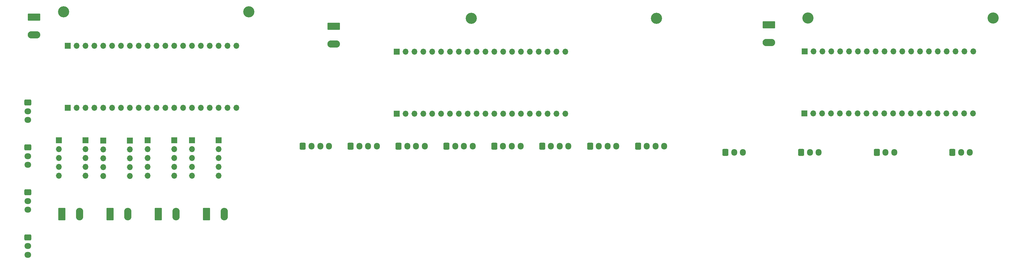
<source format=gbs>
G04 #@! TF.GenerationSoftware,KiCad,Pcbnew,7.0.2*
G04 #@! TF.CreationDate,2023-11-30T17:18:32+01:00*
G04 #@! TF.ProjectId,mhk,6d686b2e-6b69-4636-9164-5f7063625858,rev?*
G04 #@! TF.SameCoordinates,Original*
G04 #@! TF.FileFunction,Soldermask,Bot*
G04 #@! TF.FilePolarity,Negative*
%FSLAX46Y46*%
G04 Gerber Fmt 4.6, Leading zero omitted, Abs format (unit mm)*
G04 Created by KiCad (PCBNEW 7.0.2) date 2023-11-30 17:18:32*
%MOMM*%
%LPD*%
G01*
G04 APERTURE LIST*
G04 Aperture macros list*
%AMRoundRect*
0 Rectangle with rounded corners*
0 $1 Rounding radius*
0 $2 $3 $4 $5 $6 $7 $8 $9 X,Y pos of 4 corners*
0 Add a 4 corners polygon primitive as box body*
4,1,4,$2,$3,$4,$5,$6,$7,$8,$9,$2,$3,0*
0 Add four circle primitives for the rounded corners*
1,1,$1+$1,$2,$3*
1,1,$1+$1,$4,$5*
1,1,$1+$1,$6,$7*
1,1,$1+$1,$8,$9*
0 Add four rect primitives between the rounded corners*
20,1,$1+$1,$2,$3,$4,$5,0*
20,1,$1+$1,$4,$5,$6,$7,0*
20,1,$1+$1,$6,$7,$8,$9,0*
20,1,$1+$1,$8,$9,$2,$3,0*%
G04 Aperture macros list end*
%ADD10RoundRect,0.250000X-0.600000X-0.725000X0.600000X-0.725000X0.600000X0.725000X-0.600000X0.725000X0*%
%ADD11O,1.700000X1.950000*%
%ADD12C,3.200000*%
%ADD13RoundRect,0.249999X-1.550001X0.790001X-1.550001X-0.790001X1.550001X-0.790001X1.550001X0.790001X0*%
%ADD14O,3.600000X2.080000*%
%ADD15RoundRect,0.250000X-0.725000X0.600000X-0.725000X-0.600000X0.725000X-0.600000X0.725000X0.600000X0*%
%ADD16O,1.950000X1.700000*%
%ADD17R,1.700000X1.700000*%
%ADD18O,1.700000X1.700000*%
%ADD19RoundRect,0.249999X-0.790001X-1.550001X0.790001X-1.550001X0.790001X1.550001X-0.790001X1.550001X0*%
%ADD20O,2.080000X3.600000*%
G04 APERTURE END LIST*
D10*
X157294285Y-109220000D03*
D11*
X159794285Y-109220000D03*
X162294285Y-109220000D03*
X164794285Y-109220000D03*
D10*
X184702855Y-109220000D03*
D11*
X187202855Y-109220000D03*
X189702855Y-109220000D03*
X192202855Y-109220000D03*
D10*
X170998570Y-109220000D03*
D11*
X173498570Y-109220000D03*
X175998570Y-109220000D03*
X178498570Y-109220000D03*
D10*
X264570000Y-111000000D03*
D11*
X267070000Y-111000000D03*
X269570000Y-111000000D03*
D12*
X244789232Y-72510000D03*
D13*
X152410000Y-74850000D03*
D14*
X152410000Y-79930000D03*
D12*
X191789232Y-72510000D03*
D15*
X64882000Y-135320000D03*
D16*
X64882000Y-137820000D03*
X64882000Y-140320000D03*
D17*
X81442000Y-107486000D03*
D18*
X81442000Y-110026000D03*
X81442000Y-112566000D03*
X81442000Y-115106000D03*
X81442000Y-117646000D03*
D10*
X329500000Y-111000000D03*
D11*
X332000000Y-111000000D03*
X334500000Y-111000000D03*
D12*
X75172000Y-70660000D03*
D19*
X74632000Y-128660000D03*
D20*
X79712000Y-128660000D03*
D10*
X143590000Y-109220000D03*
D11*
X146090000Y-109220000D03*
X148590000Y-109220000D03*
X151090000Y-109220000D03*
D17*
X99222000Y-107486000D03*
D18*
X99222000Y-110026000D03*
X99222000Y-112566000D03*
X99222000Y-115106000D03*
X99222000Y-117646000D03*
D17*
X119542000Y-107486000D03*
D18*
X119542000Y-110026000D03*
X119542000Y-112566000D03*
X119542000Y-115106000D03*
X119542000Y-117646000D03*
D17*
X76362000Y-98210000D03*
D18*
X78902000Y-98210000D03*
X81442000Y-98210000D03*
X83982000Y-98210000D03*
X86522000Y-98210000D03*
X89062000Y-98210000D03*
X91602000Y-98210000D03*
X94142000Y-98210000D03*
X96682000Y-98210000D03*
X99222000Y-98210000D03*
X101762000Y-98210000D03*
X104302000Y-98210000D03*
X106842000Y-98210000D03*
X109382000Y-98210000D03*
X111922000Y-98210000D03*
X114462000Y-98210000D03*
X117002000Y-98210000D03*
X119542000Y-98210000D03*
X122082000Y-98210000D03*
X124622000Y-98210000D03*
D13*
X66642000Y-72150000D03*
D14*
X66642000Y-77230000D03*
D19*
X116042000Y-128660000D03*
D20*
X121122000Y-128660000D03*
D17*
X287190250Y-82032000D03*
D18*
X289730250Y-82032000D03*
X292270250Y-82032000D03*
X294810250Y-82032000D03*
X297350250Y-82032000D03*
X299890250Y-82032000D03*
X302430250Y-82032000D03*
X304970250Y-82032000D03*
X307510250Y-82032000D03*
X310050250Y-82032000D03*
X312590250Y-82032000D03*
X315130250Y-82032000D03*
X317670250Y-82032000D03*
X320210250Y-82032000D03*
X322750250Y-82032000D03*
X325290250Y-82032000D03*
X327830250Y-82032000D03*
X330370250Y-82032000D03*
X332910250Y-82032000D03*
X335450250Y-82032000D03*
D17*
X86522000Y-107541000D03*
D18*
X86522000Y-110081000D03*
X86522000Y-112621000D03*
X86522000Y-115161000D03*
X86522000Y-117701000D03*
D17*
X170480000Y-99880000D03*
D18*
X173020000Y-99880000D03*
X175560000Y-99880000D03*
X178100000Y-99880000D03*
X180640000Y-99880000D03*
X183180000Y-99880000D03*
X185720000Y-99880000D03*
X188260000Y-99880000D03*
X190800000Y-99880000D03*
X193340000Y-99880000D03*
X195880000Y-99880000D03*
X198420000Y-99880000D03*
X200960000Y-99880000D03*
X203500000Y-99880000D03*
X206040000Y-99880000D03*
X208580000Y-99880000D03*
X211120000Y-99880000D03*
X213660000Y-99880000D03*
X216200000Y-99880000D03*
X218740000Y-99880000D03*
D13*
X276957750Y-74422000D03*
D14*
X276957750Y-79502000D03*
D10*
X286213334Y-111000000D03*
D11*
X288713334Y-111000000D03*
X291213334Y-111000000D03*
D10*
X225815710Y-109220000D03*
D11*
X228315710Y-109220000D03*
X230815710Y-109220000D03*
X233315710Y-109220000D03*
D12*
X341150250Y-72482000D03*
D10*
X198407140Y-109220000D03*
D11*
X200907140Y-109220000D03*
X203407140Y-109220000D03*
X205907140Y-109220000D03*
D12*
X288150250Y-72482000D03*
D10*
X307856667Y-111000000D03*
D11*
X310356667Y-111000000D03*
X312856667Y-111000000D03*
D15*
X64882000Y-109546666D03*
D16*
X64882000Y-112046666D03*
X64882000Y-114546666D03*
D19*
X88435333Y-128660000D03*
D20*
X93515333Y-128660000D03*
D15*
X64882000Y-96660000D03*
D16*
X64882000Y-99160000D03*
X64882000Y-101660000D03*
D17*
X94142000Y-107541000D03*
D18*
X94142000Y-110081000D03*
X94142000Y-112621000D03*
X94142000Y-115161000D03*
X94142000Y-117701000D03*
D17*
X170480000Y-82100000D03*
D18*
X173020000Y-82100000D03*
X175560000Y-82100000D03*
X178100000Y-82100000D03*
X180640000Y-82100000D03*
X183180000Y-82100000D03*
X185720000Y-82100000D03*
X188260000Y-82100000D03*
X190800000Y-82100000D03*
X193340000Y-82100000D03*
X195880000Y-82100000D03*
X198420000Y-82100000D03*
X200960000Y-82100000D03*
X203500000Y-82100000D03*
X206040000Y-82100000D03*
X208580000Y-82100000D03*
X211120000Y-82100000D03*
X213660000Y-82100000D03*
X216200000Y-82100000D03*
X218740000Y-82100000D03*
D17*
X106842000Y-107486000D03*
D18*
X106842000Y-110026000D03*
X106842000Y-112566000D03*
X106842000Y-115106000D03*
X106842000Y-117646000D03*
D19*
X102238666Y-128660000D03*
D20*
X107318666Y-128660000D03*
D15*
X64882000Y-122433332D03*
D16*
X64882000Y-124933332D03*
X64882000Y-127433332D03*
D17*
X111922000Y-107486000D03*
D18*
X111922000Y-110026000D03*
X111922000Y-112566000D03*
X111922000Y-115106000D03*
X111922000Y-117646000D03*
D17*
X287180250Y-99812000D03*
D18*
X289720250Y-99812000D03*
X292260250Y-99812000D03*
X294800250Y-99812000D03*
X297340250Y-99812000D03*
X299880250Y-99812000D03*
X302420250Y-99812000D03*
X304960250Y-99812000D03*
X307500250Y-99812000D03*
X310040250Y-99812000D03*
X312580250Y-99812000D03*
X315120250Y-99812000D03*
X317660250Y-99812000D03*
X320200250Y-99812000D03*
X322740250Y-99812000D03*
X325280250Y-99812000D03*
X327820250Y-99812000D03*
X330360250Y-99812000D03*
X332900250Y-99812000D03*
X335440250Y-99812000D03*
D17*
X76362000Y-80430000D03*
D18*
X78902000Y-80430000D03*
X81442000Y-80430000D03*
X83982000Y-80430000D03*
X86522000Y-80430000D03*
X89062000Y-80430000D03*
X91602000Y-80430000D03*
X94142000Y-80430000D03*
X96682000Y-80430000D03*
X99222000Y-80430000D03*
X101762000Y-80430000D03*
X104302000Y-80430000D03*
X106842000Y-80430000D03*
X109382000Y-80430000D03*
X111922000Y-80430000D03*
X114462000Y-80430000D03*
X117002000Y-80430000D03*
X119542000Y-80430000D03*
X122082000Y-80430000D03*
X124622000Y-80430000D03*
D10*
X212111425Y-109220000D03*
D11*
X214611425Y-109220000D03*
X217111425Y-109220000D03*
X219611425Y-109220000D03*
D17*
X73822000Y-107486000D03*
D18*
X73822000Y-110026000D03*
X73822000Y-112566000D03*
X73822000Y-115106000D03*
X73822000Y-117646000D03*
D12*
X128172000Y-70660000D03*
D10*
X239520000Y-109220000D03*
D11*
X242020000Y-109220000D03*
X244520000Y-109220000D03*
X247020000Y-109220000D03*
M02*

</source>
